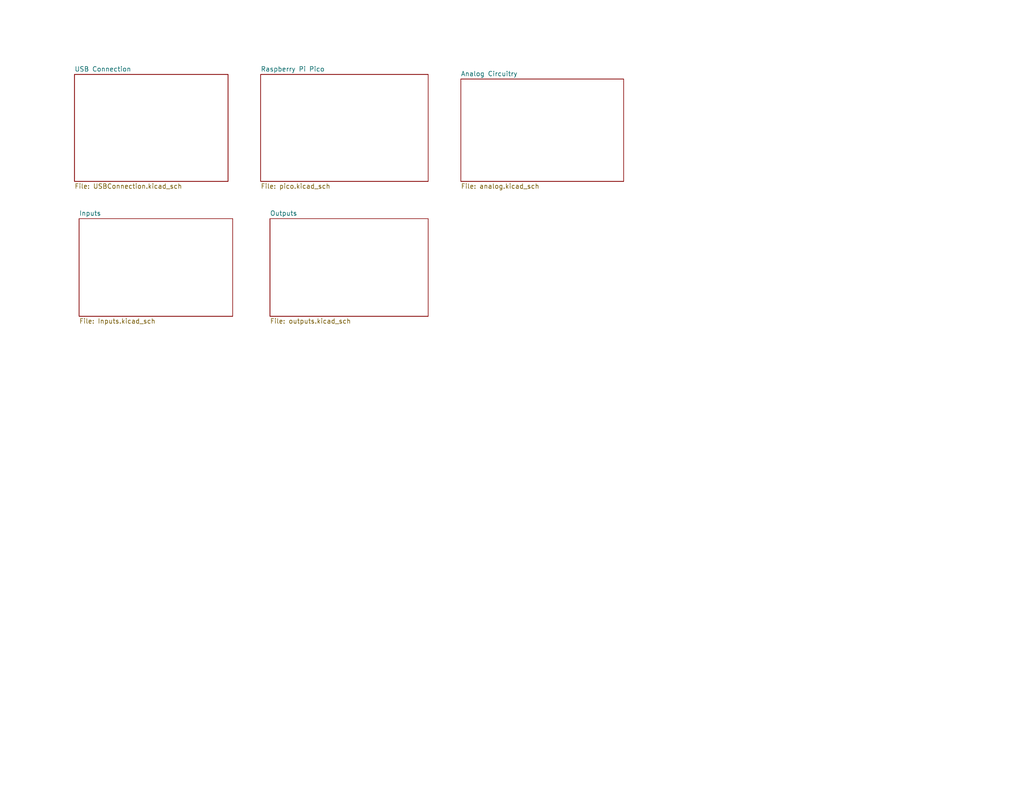
<source format=kicad_sch>
(kicad_sch (version 20211123) (generator eeschema)

  (uuid d1b617e3-f511-47f5-b262-2937f545e8e9)

  (paper "A")

  (title_block
    (title "GP2040-CE Development Board")
    (date "2022-05-26")
    (rev "1")
    (company "Open Stick Foundation")
  )

  (lib_symbols
  )


  (sheet (at 71.12 20.32) (size 45.72 29.21) (fields_autoplaced)
    (stroke (width 0.1524) (type solid) (color 0 0 0 0))
    (fill (color 0 0 0 0.0000))
    (uuid 73fdee15-42f2-4740-b048-36e7f85b9482)
    (property "Sheet name" "Raspberry Pi Pico" (id 0) (at 71.12 19.6084 0)
      (effects (font (size 1.27 1.27)) (justify left bottom))
    )
    (property "Sheet file" "pico.kicad_sch" (id 1) (at 71.12 50.1146 0)
      (effects (font (size 1.27 1.27)) (justify left top))
    )
  )

  (sheet (at 125.73 21.59) (size 44.45 27.94) (fields_autoplaced)
    (stroke (width 0.1524) (type solid) (color 0 0 0 0))
    (fill (color 0 0 0 0.0000))
    (uuid b33fe592-84a5-45cc-bdd9-32ad654e4475)
    (property "Sheet name" "Analog Circuitry " (id 0) (at 125.73 20.8784 0)
      (effects (font (size 1.27 1.27)) (justify left bottom))
    )
    (property "Sheet file" "analog.kicad_sch" (id 1) (at 125.73 50.1146 0)
      (effects (font (size 1.27 1.27)) (justify left top))
    )
  )

  (sheet (at 20.32 20.32) (size 41.91 29.21) (fields_autoplaced)
    (stroke (width 0.1524) (type solid) (color 0 0 0 0))
    (fill (color 0 0 0 0.0000))
    (uuid bd15b165-cf11-4f12-860a-e39af17e96dd)
    (property "Sheet name" "USB Connection" (id 0) (at 20.32 19.6084 0)
      (effects (font (size 1.27 1.27)) (justify left bottom))
    )
    (property "Sheet file" "USBConnection.kicad_sch" (id 1) (at 20.32 50.1146 0)
      (effects (font (size 1.27 1.27)) (justify left top))
    )
  )

  (sheet (at 21.59 59.69) (size 41.91 26.67) (fields_autoplaced)
    (stroke (width 0.1524) (type solid) (color 0 0 0 0))
    (fill (color 0 0 0 0.0000))
    (uuid cf4e2c04-ff9e-4c5a-81c6-34ae2464fdd9)
    (property "Sheet name" "Inputs" (id 0) (at 21.59 58.9784 0)
      (effects (font (size 1.27 1.27)) (justify left bottom))
    )
    (property "Sheet file" "Inputs.kicad_sch" (id 1) (at 21.59 86.9446 0)
      (effects (font (size 1.27 1.27)) (justify left top))
    )
  )

  (sheet (at 73.66 59.69) (size 43.18 26.67) (fields_autoplaced)
    (stroke (width 0.1524) (type solid) (color 0 0 0 0))
    (fill (color 0 0 0 0.0000))
    (uuid ea03b3db-edf5-4f48-a558-906cbacebf16)
    (property "Sheet name" "Outputs" (id 0) (at 73.66 58.9784 0)
      (effects (font (size 1.27 1.27)) (justify left bottom))
    )
    (property "Sheet file" "outputs.kicad_sch" (id 1) (at 73.66 86.9446 0)
      (effects (font (size 1.27 1.27)) (justify left top))
    )
  )

  (sheet_instances
    (path "/" (page "1"))
    (path "/bd15b165-cf11-4f12-860a-e39af17e96dd" (page "2"))
    (path "/73fdee15-42f2-4740-b048-36e7f85b9482" (page "3"))
    (path "/b33fe592-84a5-45cc-bdd9-32ad654e4475" (page "4"))
    (path "/cf4e2c04-ff9e-4c5a-81c6-34ae2464fdd9" (page "5"))
    (path "/ea03b3db-edf5-4f48-a558-906cbacebf16" (page "6"))
  )

  (symbol_instances
    (path "/bd15b165-cf11-4f12-860a-e39af17e96dd/4da46092-82ac-426c-9c93-62db9bddd69b"
      (reference "#FLG01") (unit 1) (value "PWR_FLAG") (footprint "")
    )
    (path "/bd15b165-cf11-4f12-860a-e39af17e96dd/77b67c7a-edcf-4c8e-aeee-5eaded63bba7"
      (reference "#FLG02") (unit 1) (value "PWR_FLAG") (footprint "")
    )
    (path "/bd15b165-cf11-4f12-860a-e39af17e96dd/7617f557-5e28-40b5-810f-204b6ac5c0f4"
      (reference "#PWR01") (unit 1) (value "GND") (footprint "")
    )
    (path "/bd15b165-cf11-4f12-860a-e39af17e96dd/9fcc1737-f0cd-4bc6-83a9-7d8dc19bfbee"
      (reference "#PWR02") (unit 1) (value "GND") (footprint "")
    )
    (path "/bd15b165-cf11-4f12-860a-e39af17e96dd/84fff665-82f3-4948-b664-ad08998f74ca"
      (reference "#PWR03") (unit 1) (value "GND") (footprint "")
    )
    (path "/bd15b165-cf11-4f12-860a-e39af17e96dd/b85e0ec8-cfd8-49e3-bdcb-ef9eee2e04c4"
      (reference "#PWR04") (unit 1) (value "GND") (footprint "")
    )
    (path "/bd15b165-cf11-4f12-860a-e39af17e96dd/efe49ab1-58b7-4d85-96d9-09916765719a"
      (reference "#PWR05") (unit 1) (value "VBUS") (footprint "")
    )
    (path "/bd15b165-cf11-4f12-860a-e39af17e96dd/971e6b4a-1903-4638-8c7f-ada9f23b5227"
      (reference "#PWR06") (unit 1) (value "GND") (footprint "")
    )
    (path "/73fdee15-42f2-4740-b048-36e7f85b9482/6d0ecf31-a431-4369-b5ee-a04c1f97126d"
      (reference "#PWR07") (unit 1) (value "GND") (footprint "")
    )
    (path "/73fdee15-42f2-4740-b048-36e7f85b9482/bf5636f0-ecc9-47e9-8970-2646cfbc2996"
      (reference "#PWR08") (unit 1) (value "GND") (footprint "")
    )
    (path "/73fdee15-42f2-4740-b048-36e7f85b9482/c9d66b02-2df3-448d-8393-c9fa7371690c"
      (reference "#PWR09") (unit 1) (value "GND") (footprint "")
    )
    (path "/73fdee15-42f2-4740-b048-36e7f85b9482/7a81238c-0875-4bf9-a84c-b80ce55ea39e"
      (reference "#PWR010") (unit 1) (value "GND") (footprint "")
    )
    (path "/73fdee15-42f2-4740-b048-36e7f85b9482/c7e52c26-d5aa-4536-bee8-7119c6775ff9"
      (reference "#PWR011") (unit 1) (value "GND") (footprint "")
    )
    (path "/73fdee15-42f2-4740-b048-36e7f85b9482/6c751c56-4de7-4d9d-a72e-3d848372ef07"
      (reference "#PWR012") (unit 1) (value "GND") (footprint "")
    )
    (path "/73fdee15-42f2-4740-b048-36e7f85b9482/07c4e4d9-4abc-47e8-a7a6-f1018c699336"
      (reference "#PWR013") (unit 1) (value "GND") (footprint "")
    )
    (path "/73fdee15-42f2-4740-b048-36e7f85b9482/5fbb8913-66cb-4405-8a3b-88d07cddb4fd"
      (reference "#PWR014") (unit 1) (value "+3.3V") (footprint "")
    )
    (path "/73fdee15-42f2-4740-b048-36e7f85b9482/cc0accf3-7b30-4f3e-aa55-cc92a555b1dc"
      (reference "#PWR015") (unit 1) (value "GND") (footprint "")
    )
    (path "/73fdee15-42f2-4740-b048-36e7f85b9482/8d77327b-2bce-4426-8fff-d7f3a5762db8"
      (reference "#PWR016") (unit 1) (value "GND") (footprint "")
    )
    (path "/73fdee15-42f2-4740-b048-36e7f85b9482/fa744411-76af-409f-ba53-40bdcefdfa7e"
      (reference "#PWR017") (unit 1) (value "+3.3V") (footprint "")
    )
    (path "/73fdee15-42f2-4740-b048-36e7f85b9482/d858a922-af18-442c-8687-9e5be436ba15"
      (reference "#PWR018") (unit 1) (value "VBUS") (footprint "")
    )
    (path "/73fdee15-42f2-4740-b048-36e7f85b9482/ed42baab-e46e-4508-9c74-d1abab47eb49"
      (reference "#PWR019") (unit 1) (value "GND") (footprint "")
    )
    (path "/73fdee15-42f2-4740-b048-36e7f85b9482/a14de167-ba88-4565-a5af-5e551620e4b6"
      (reference "#PWR020") (unit 1) (value "+3.3V") (footprint "")
    )
    (path "/73fdee15-42f2-4740-b048-36e7f85b9482/d6f7b0cf-3eaf-4a59-8c4a-f8b7809dcd09"
      (reference "#PWR021") (unit 1) (value "GND") (footprint "")
    )
    (path "/b33fe592-84a5-45cc-bdd9-32ad654e4475/26426ba8-776e-43f0-bc71-ef23ab10144e"
      (reference "#PWR022") (unit 1) (value "+3.3V") (footprint "")
    )
    (path "/b33fe592-84a5-45cc-bdd9-32ad654e4475/0189ff95-a618-41ef-8994-5ce933982ac3"
      (reference "#PWR023") (unit 1) (value "+3.3V") (footprint "")
    )
    (path "/b33fe592-84a5-45cc-bdd9-32ad654e4475/486d7b36-d7dc-4282-ad54-acb4343f53af"
      (reference "#PWR024") (unit 1) (value "+3.3V") (footprint "")
    )
    (path "/b33fe592-84a5-45cc-bdd9-32ad654e4475/32f07d08-56a7-4aeb-b8a5-173834eb7451"
      (reference "#PWR025") (unit 1) (value "GND") (footprint "")
    )
    (path "/b33fe592-84a5-45cc-bdd9-32ad654e4475/e92fbb4f-2347-476f-97c6-e219b10acf39"
      (reference "#PWR026") (unit 1) (value "GND") (footprint "")
    )
    (path "/b33fe592-84a5-45cc-bdd9-32ad654e4475/7801d77f-5488-46ab-b4db-f2077acc2ccd"
      (reference "#PWR027") (unit 1) (value "GND") (footprint "")
    )
    (path "/b33fe592-84a5-45cc-bdd9-32ad654e4475/8c0ec87b-2460-41d4-97ff-bbdd8ea534d9"
      (reference "#PWR028") (unit 1) (value "+3.3V") (footprint "")
    )
    (path "/b33fe592-84a5-45cc-bdd9-32ad654e4475/0157284d-cfa7-42b1-a8c3-9e75a198e26e"
      (reference "#PWR029") (unit 1) (value "+3.3V") (footprint "")
    )
    (path "/b33fe592-84a5-45cc-bdd9-32ad654e4475/ae15ede7-c810-41f2-b8aa-3634da6a9118"
      (reference "#PWR030") (unit 1) (value "GND") (footprint "")
    )
    (path "/b33fe592-84a5-45cc-bdd9-32ad654e4475/7834091f-6686-48d8-a9f2-a3f9569ae484"
      (reference "#PWR031") (unit 1) (value "+3.3V") (footprint "")
    )
    (path "/b33fe592-84a5-45cc-bdd9-32ad654e4475/eb729f76-47a3-485e-9ace-5481d77a730d"
      (reference "#PWR032") (unit 1) (value "GND") (footprint "")
    )
    (path "/b33fe592-84a5-45cc-bdd9-32ad654e4475/8b5a6959-d728-4ebf-bb85-f834f9afd5d0"
      (reference "#PWR033") (unit 1) (value "GND") (footprint "")
    )
    (path "/b33fe592-84a5-45cc-bdd9-32ad654e4475/129f8874-2329-4795-952c-430ecdb56e14"
      (reference "#PWR034") (unit 1) (value "GND") (footprint "")
    )
    (path "/b33fe592-84a5-45cc-bdd9-32ad654e4475/dbc9d72b-ad6d-4c41-9bc0-be7c4493c25b"
      (reference "#PWR035") (unit 1) (value "GND") (footprint "")
    )
    (path "/b33fe592-84a5-45cc-bdd9-32ad654e4475/0c6b6817-eab0-4561-baad-01ecf38355a6"
      (reference "#PWR036") (unit 1) (value "GND") (footprint "")
    )
    (path "/b33fe592-84a5-45cc-bdd9-32ad654e4475/33f3de05-e0f6-459c-b83f-951f81d924fd"
      (reference "#PWR037") (unit 1) (value "GND") (footprint "")
    )
    (path "/b33fe592-84a5-45cc-bdd9-32ad654e4475/4c7c24d6-6d5b-49e6-bf2e-da7d3ae43938"
      (reference "#PWR038") (unit 1) (value "GND") (footprint "")
    )
    (path "/b33fe592-84a5-45cc-bdd9-32ad654e4475/8310d7d7-944d-4aa8-915f-ac422b75ec8a"
      (reference "#PWR039") (unit 1) (value "GND") (footprint "")
    )
    (path "/b33fe592-84a5-45cc-bdd9-32ad654e4475/8e5d8f5e-12fa-483d-accd-9569be890caf"
      (reference "#PWR040") (unit 1) (value "GND") (footprint "")
    )
    (path "/b33fe592-84a5-45cc-bdd9-32ad654e4475/9f77c774-14b7-494b-a5d0-4196b634ba29"
      (reference "#PWR041") (unit 1) (value "+3.3V") (footprint "")
    )
    (path "/b33fe592-84a5-45cc-bdd9-32ad654e4475/87d52d17-50d0-487c-a964-eca4792a58c0"
      (reference "#PWR042") (unit 1) (value "+3.3V") (footprint "")
    )
    (path "/b33fe592-84a5-45cc-bdd9-32ad654e4475/af75b7e5-a29b-4cb1-9fad-851643bef14f"
      (reference "#PWR043") (unit 1) (value "+3.3V") (footprint "")
    )
    (path "/b33fe592-84a5-45cc-bdd9-32ad654e4475/1293c9ca-39c3-40a4-968e-9851e215e053"
      (reference "#PWR044") (unit 1) (value "+3.3V") (footprint "")
    )
    (path "/cf4e2c04-ff9e-4c5a-81c6-34ae2464fdd9/49f1f508-92dd-44b5-8cc3-e0cac56a3164"
      (reference "#PWR045") (unit 1) (value "GND") (footprint "")
    )
    (path "/cf4e2c04-ff9e-4c5a-81c6-34ae2464fdd9/91e16629-9055-4d56-b83e-0a56fc9aee5a"
      (reference "#PWR046") (unit 1) (value "GND") (footprint "")
    )
    (path "/cf4e2c04-ff9e-4c5a-81c6-34ae2464fdd9/db177fc4-6d84-454a-9f8e-81af3c5c47db"
      (reference "#PWR047") (unit 1) (value "+3.3V") (footprint "")
    )
    (path "/cf4e2c04-ff9e-4c5a-81c6-34ae2464fdd9/90e76f21-bc35-4699-b115-945a7f402b63"
      (reference "#PWR048") (unit 1) (value "GND") (footprint "")
    )
    (path "/cf4e2c04-ff9e-4c5a-81c6-34ae2464fdd9/3766a61b-20ec-45a7-82d5-9041bb1d6227"
      (reference "#PWR049") (unit 1) (value "+3.3V") (footprint "")
    )
    (path "/cf4e2c04-ff9e-4c5a-81c6-34ae2464fdd9/5f0d83ff-145b-4c41-8c56-21ee7f51333a"
      (reference "#PWR050") (unit 1) (value "GND") (footprint "")
    )
    (path "/cf4e2c04-ff9e-4c5a-81c6-34ae2464fdd9/f404c857-ba26-4e48-a8f4-bb4d21d85e2c"
      (reference "#PWR051") (unit 1) (value "+3.3V") (footprint "")
    )
    (path "/cf4e2c04-ff9e-4c5a-81c6-34ae2464fdd9/02901181-c0ee-484f-b0d2-570818287a1e"
      (reference "#PWR052") (unit 1) (value "GND") (footprint "")
    )
    (path "/cf4e2c04-ff9e-4c5a-81c6-34ae2464fdd9/ca62a00d-fc43-4be2-bcce-7620e29d2f1f"
      (reference "#PWR053") (unit 1) (value "+3.3V") (footprint "")
    )
    (path "/cf4e2c04-ff9e-4c5a-81c6-34ae2464fdd9/ebe5d0c2-e2b6-4437-8b9f-64ad393fb7ef"
      (reference "#PWR054") (unit 1) (value "GND") (footprint "")
    )
    (path "/cf4e2c04-ff9e-4c5a-81c6-34ae2464fdd9/8c0b6781-a860-4a76-87a7-f2a8a6dffc03"
      (reference "#PWR055") (unit 1) (value "GND") (footprint "")
    )
    (path "/cf4e2c04-ff9e-4c5a-81c6-34ae2464fdd9/55a5e85e-3e2e-4e6b-91ec-b13c615bfbcd"
      (reference "#PWR056") (unit 1) (value "GND") (footprint "")
    )
    (path "/cf4e2c04-ff9e-4c5a-81c6-34ae2464fdd9/a895a382-dcf2-43b0-b138-077953b5112f"
      (reference "#PWR057") (unit 1) (value "GND") (footprint "")
    )
    (path "/cf4e2c04-ff9e-4c5a-81c6-34ae2464fdd9/aae36dc9-d8c6-4c3a-a66c-eb17c6fec197"
      (reference "#PWR058") (unit 1) (value "+3.3V") (footprint "")
    )
    (path "/cf4e2c04-ff9e-4c5a-81c6-34ae2464fdd9/7f861fc8-3d9d-446b-a26a-317098b7d119"
      (reference "#PWR059") (unit 1) (value "GND") (footprint "")
    )
    (path "/cf4e2c04-ff9e-4c5a-81c6-34ae2464fdd9/d6954d19-85ad-46df-8403-543d9e3d54d4"
      (reference "#PWR060") (unit 1) (value "+3.3V") (footprint "")
    )
    (path "/cf4e2c04-ff9e-4c5a-81c6-34ae2464fdd9/eae945fe-80b8-45ac-b6b9-cf8a93ec0a4d"
      (reference "#PWR061") (unit 1) (value "GND") (footprint "")
    )
    (path "/ea03b3db-edf5-4f48-a558-906cbacebf16/02b865fd-fb59-4fb3-a8f7-767b091a6161"
      (reference "#PWR062") (unit 1) (value "GND") (footprint "")
    )
    (path "/ea03b3db-edf5-4f48-a558-906cbacebf16/7ff6a516-c1b9-4327-96c2-4098f7534d65"
      (reference "#PWR063") (unit 1) (value "GND") (footprint "")
    )
    (path "/ea03b3db-edf5-4f48-a558-906cbacebf16/b87d64b7-9402-4725-bab6-f757f9c4cc9d"
      (reference "#PWR064") (unit 1) (value "GND") (footprint "")
    )
    (path "/ea03b3db-edf5-4f48-a558-906cbacebf16/0e9d8251-38fa-434b-9a34-f23c9098fa29"
      (reference "#PWR065") (unit 1) (value "GND") (footprint "")
    )
    (path "/ea03b3db-edf5-4f48-a558-906cbacebf16/dd3f31e4-5eb2-4682-964d-631824ea684a"
      (reference "#PWR066") (unit 1) (value "GND") (footprint "")
    )
    (path "/ea03b3db-edf5-4f48-a558-906cbacebf16/e1500f82-57b7-4749-ba21-920dac301b3e"
      (reference "#PWR067") (unit 1) (value "+3.3V") (footprint "")
    )
    (path "/ea03b3db-edf5-4f48-a558-906cbacebf16/99f96f23-b075-4815-a203-43193a19c8d8"
      (reference "#PWR068") (unit 1) (value "VBUS") (footprint "")
    )
    (path "/ea03b3db-edf5-4f48-a558-906cbacebf16/80e96d1d-bcf9-4bc8-8675-3abcb2ed2b29"
      (reference "#PWR069") (unit 1) (value "GND") (footprint "")
    )
    (path "/ea03b3db-edf5-4f48-a558-906cbacebf16/7678d937-6862-4476-89f2-3a198a5fa83c"
      (reference "#PWR070") (unit 1) (value "GND") (footprint "")
    )
    (path "/b33fe592-84a5-45cc-bdd9-32ad654e4475/278bcefb-120a-4ac4-93ab-e4e93deb5eb6"
      (reference "C1") (unit 1) (value "0.1μf") (footprint "Capacitor_SMD:C_0805_2012Metric_Pad1.18x1.45mm_HandSolder")
    )
    (path "/b33fe592-84a5-45cc-bdd9-32ad654e4475/29cc5d04-7c5a-4b75-b6f8-b7a9aa8cb469"
      (reference "C2") (unit 1) (value "0.1μf") (footprint "Capacitor_SMD:C_0805_2012Metric_Pad1.18x1.45mm_HandSolder")
    )
    (path "/b33fe592-84a5-45cc-bdd9-32ad654e4475/1f1e7d49-520a-40fe-8995-42fa6f2b7090"
      (reference "C3") (unit 1) (value "0.1μf") (footprint "Capacitor_SMD:C_0805_2012Metric_Pad1.18x1.45mm_HandSolder")
    )
    (path "/b33fe592-84a5-45cc-bdd9-32ad654e4475/e3e37e08-c19e-439c-89d7-66bab7de4148"
      (reference "C4") (unit 1) (value "0.1μf") (footprint "Capacitor_SMD:C_0805_2012Metric_Pad1.18x1.45mm_HandSolder")
    )
    (path "/b33fe592-84a5-45cc-bdd9-32ad654e4475/db951b07-cee6-480a-a943-03af4cb9b01d"
      (reference "C5") (unit 1) (value "0.1μf") (footprint "Capacitor_SMD:C_0805_2012Metric_Pad1.18x1.45mm_HandSolder")
    )
    (path "/b33fe592-84a5-45cc-bdd9-32ad654e4475/c3fec518-aafa-4080-893a-e76379287279"
      (reference "C6") (unit 1) (value "0.1μf") (footprint "Capacitor_SMD:C_0805_2012Metric_Pad1.18x1.45mm_HandSolder")
    )
    (path "/ea03b3db-edf5-4f48-a558-906cbacebf16/ce9214fa-c3b8-47f3-91b4-9effd5e846ba"
      (reference "D1") (unit 1) (value "PLED1") (footprint "LED_SMD:LED_0805_2012Metric_Pad1.15x1.40mm_HandSolder")
    )
    (path "/ea03b3db-edf5-4f48-a558-906cbacebf16/ec44498e-2e74-40be-896c-0fb40f271dbf"
      (reference "D2") (unit 1) (value "PLED2") (footprint "LED_SMD:LED_0805_2012Metric_Pad1.15x1.40mm_HandSolder")
    )
    (path "/ea03b3db-edf5-4f48-a558-906cbacebf16/bdbf3d09-e169-448c-a378-fe368842cc4b"
      (reference "D3") (unit 1) (value "PLED3") (footprint "LED_SMD:LED_0805_2012Metric_Pad1.15x1.40mm_HandSolder")
    )
    (path "/ea03b3db-edf5-4f48-a558-906cbacebf16/e33985e2-3902-4700-bdb1-dfb37cb02364"
      (reference "D4") (unit 1) (value "PLED4") (footprint "LED_SMD:LED_0805_2012Metric_Pad1.15x1.40mm_HandSolder")
    )
    (path "/bd15b165-cf11-4f12-860a-e39af17e96dd/7a104028-388c-4b63-8fe2-5260594c53f6"
      (reference "J1") (unit 1) (value "USB_C_Receptacle") (footprint "UJ31-CH-31-SMT-TR:CUI_UJ31-CH-31-SMT-TR")
    )
    (path "/cf4e2c04-ff9e-4c5a-81c6-34ae2464fdd9/a3af0f12-8e07-4141-ba7c-598df85897a7"
      (reference "J2") (unit 1) (value "Conn_02x22_Odd_Even") (footprint "Connector_PinSocket_2.54mm:PinSocket_2x22_P2.54mm_Horizontal")
    )
    (path "/ea03b3db-edf5-4f48-a558-906cbacebf16/0dc95aa4-38c7-4120-8d4f-6d73c356d7c4"
      (reference "J3") (unit 1) (value "Debug") (footprint "Connector_PinSocket_2.54mm:PinSocket_1x03_P2.54mm_Vertical")
    )
    (path "/ea03b3db-edf5-4f48-a558-906cbacebf16/74dbb69a-3b00-455c-b65a-4a3473a84cd5"
      (reference "J4") (unit 1) (value "RGB LED") (footprint "Connector_PinSocket_2.54mm:PinSocket_1x03_P2.54mm_Vertical")
    )
    (path "/ea03b3db-edf5-4f48-a558-906cbacebf16/d27c8b3c-86bc-43ee-ae73-6012bd8f8477"
      (reference "J5") (unit 1) (value "qwiic") (footprint "Connector_JST:JST_SH_BM04B-SRSS-TB_1x04-1MP_P1.00mm_Vertical")
    )
    (path "/bd15b165-cf11-4f12-860a-e39af17e96dd/922a0f40-415d-48d4-9950-1e30a07edcef"
      (reference "R1") (unit 1) (value "5.1k") (footprint "Resistor_SMD:R_0805_2012Metric_Pad1.20x1.40mm_HandSolder")
    )
    (path "/bd15b165-cf11-4f12-860a-e39af17e96dd/b303a443-4283-4d51-b7af-3c9152301026"
      (reference "R2") (unit 1) (value "5.1k") (footprint "Resistor_SMD:R_0805_2012Metric_Pad1.20x1.40mm_HandSolder")
    )
    (path "/73fdee15-42f2-4740-b048-36e7f85b9482/bf191bd8-af06-4c6b-9c85-ce3590507b96"
      (reference "R3") (unit 1) (value "4.7k") (footprint "Capacitor_SMD:C_0805_2012Metric_Pad1.18x1.45mm_HandSolder")
    )
    (path "/73fdee15-42f2-4740-b048-36e7f85b9482/579006f8-fd32-4f10-8b64-9a3eb4870fce"
      (reference "R4") (unit 1) (value "4.7k") (footprint "Capacitor_SMD:C_0805_2012Metric_Pad1.18x1.45mm_HandSolder")
    )
    (path "/b33fe592-84a5-45cc-bdd9-32ad654e4475/e33036d3-2d69-4c49-8b31-560e286b8b1c"
      (reference "R5") (unit 1) (value "4.7k") (footprint "Resistor_SMD:R_0805_2012Metric_Pad1.20x1.40mm_HandSolder")
    )
    (path "/b33fe592-84a5-45cc-bdd9-32ad654e4475/eac29251-61f1-4180-9297-edbd5cccaa72"
      (reference "R6") (unit 1) (value "4.7k") (footprint "Resistor_SMD:R_0805_2012Metric_Pad1.20x1.40mm_HandSolder")
    )
    (path "/ea03b3db-edf5-4f48-a558-906cbacebf16/3e58ddd3-a564-442c-b963-111b360530a8"
      (reference "R7") (unit 1) (value "330Ω") (footprint "Resistor_SMD:R_0805_2012Metric_Pad1.20x1.40mm_HandSolder")
    )
    (path "/ea03b3db-edf5-4f48-a558-906cbacebf16/5356ebab-d685-417c-96e3-cb04d112840c"
      (reference "R8") (unit 1) (value "330Ω") (footprint "Resistor_SMD:R_0805_2012Metric_Pad1.20x1.40mm_HandSolder")
    )
    (path "/ea03b3db-edf5-4f48-a558-906cbacebf16/dad063af-c87f-4f5c-aa76-dcc36abec776"
      (reference "R9") (unit 1) (value "330Ω") (footprint "Resistor_SMD:R_0805_2012Metric_Pad1.20x1.40mm_HandSolder")
    )
    (path "/ea03b3db-edf5-4f48-a558-906cbacebf16/d4688ac0-8bc6-43a6-b21f-1a6422e432f2"
      (reference "R10") (unit 1) (value "330Ω") (footprint "Resistor_SMD:R_0805_2012Metric_Pad1.20x1.40mm_HandSolder")
    )
    (path "/cf4e2c04-ff9e-4c5a-81c6-34ae2464fdd9/7e4dcb0f-d753-4f60-b444-9a5281b41893"
      (reference "RV1") (unit 1) (value "10k") (footprint "Potentiometer_THT:Potentiometer_Vishay_148-149_Single_Horizontal")
    )
    (path "/cf4e2c04-ff9e-4c5a-81c6-34ae2464fdd9/f3e39fe5-b248-410f-8057-8a6cab78db17"
      (reference "RV2") (unit 1) (value "10k") (footprint "Potentiometer_THT:Potentiometer_Vishay_148-149_Single_Horizontal")
    )
    (path "/cf4e2c04-ff9e-4c5a-81c6-34ae2464fdd9/8b45d552-607d-4482-8e8b-a9cbdaaf330c"
      (reference "SW1") (unit 1) (value "Up") (footprint "Button_Switch_SMD:SW_Push_1P1T_NO_6x6mm_H9.5mm")
    )
    (path "/cf4e2c04-ff9e-4c5a-81c6-34ae2464fdd9/74ffb43d-c33b-4c8b-abf6-a5ca84fca331"
      (reference "SW2") (unit 1) (value "Down") (footprint "Button_Switch_SMD:SW_Push_1P1T_NO_6x6mm_H9.5mm")
    )
    (path "/cf4e2c04-ff9e-4c5a-81c6-34ae2464fdd9/0eee3433-e9f7-43cb-b1ae-2be2e9ac6e27"
      (reference "SW3") (unit 1) (value "Left") (footprint "Button_Switch_SMD:SW_Push_1P1T_NO_6x6mm_H9.5mm")
    )
    (path "/cf4e2c04-ff9e-4c5a-81c6-34ae2464fdd9/ffdab74c-ecd0-4aeb-8ce9-af28f040c64e"
      (reference "SW4") (unit 1) (value "Right") (footprint "Button_Switch_SMD:SW_Push_1P1T_NO_6x6mm_H9.5mm")
    )
    (path "/cf4e2c04-ff9e-4c5a-81c6-34ae2464fdd9/a56d2f31-9696-43af-9213-0c9d4fc4d3b3"
      (reference "SW5") (unit 1) (value "S1") (footprint "Button_Switch_SMD:SW_Push_1P1T_NO_6x6mm_H9.5mm")
    )
    (path "/cf4e2c04-ff9e-4c5a-81c6-34ae2464fdd9/31207c80-8b56-4087-bf0b-710dca7763df"
      (reference "SW6") (unit 1) (value "S2") (footprint "Button_Switch_SMD:SW_Push_1P1T_NO_6x6mm_H9.5mm")
    )
    (path "/cf4e2c04-ff9e-4c5a-81c6-34ae2464fdd9/fbf0d3ff-ce92-42b4-8753-0632c821c353"
      (reference "SW7") (unit 1) (value "B1") (footprint "Button_Switch_SMD:SW_Push_1P1T_NO_6x6mm_H9.5mm")
    )
    (path "/cf4e2c04-ff9e-4c5a-81c6-34ae2464fdd9/24010708-1b23-44d3-b3e1-f95e25bf40d0"
      (reference "SW8") (unit 1) (value "B2") (footprint "Button_Switch_SMD:SW_Push_1P1T_NO_6x6mm_H9.5mm")
    )
    (path "/cf4e2c04-ff9e-4c5a-81c6-34ae2464fdd9/f676757c-c3bf-4230-bdcd-7dc50df24a95"
      (reference "SW9") (unit 1) (value "R2") (footprint "Button_Switch_SMD:SW_Push_1P1T_NO_6x6mm_H9.5mm")
    )
    (path "/cf4e2c04-ff9e-4c5a-81c6-34ae2464fdd9/fa51f695-28f0-4473-baac-b470dfe96665"
      (reference "SW10") (unit 1) (value "L2") (footprint "Button_Switch_SMD:SW_Push_1P1T_NO_6x6mm_H9.5mm")
    )
    (path "/cf4e2c04-ff9e-4c5a-81c6-34ae2464fdd9/a1ac1f1c-1031-4b49-aaa1-60774ccda8fb"
      (reference "SW11") (unit 1) (value "B3") (footprint "Button_Switch_SMD:SW_Push_1P1T_NO_6x6mm_H9.5mm")
    )
    (path "/cf4e2c04-ff9e-4c5a-81c6-34ae2464fdd9/f4dbdc93-2160-4f77-bcc7-fead5ea01b99"
      (reference "SW12") (unit 1) (value "B4") (footprint "Button_Switch_SMD:SW_Push_1P1T_NO_6x6mm_H9.5mm")
    )
    (path "/cf4e2c04-ff9e-4c5a-81c6-34ae2464fdd9/3adb4e56-0c30-446e-add9-a441ac4b57cd"
      (reference "SW13") (unit 1) (value "R1") (footprint "Button_Switch_SMD:SW_Push_1P1T_NO_6x6mm_H9.5mm")
    )
    (path "/cf4e2c04-ff9e-4c5a-81c6-34ae2464fdd9/7ee11936-6094-4326-ab0b-c55324458660"
      (reference "SW14") (unit 1) (value "L1") (footprint "Button_Switch_SMD:SW_Push_1P1T_NO_6x6mm_H9.5mm")
    )
    (path "/cf4e2c04-ff9e-4c5a-81c6-34ae2464fdd9/7d9a28b6-31c0-40b8-a6a9-85b90c14eaae"
      (reference "SW15") (unit 1) (value "BOOTSEL") (footprint "Button_Switch_SMD:SW_Push_1P1T_NO_6x6mm_H9.5mm")
    )
    (path "/cf4e2c04-ff9e-4c5a-81c6-34ae2464fdd9/c43176f9-b386-4ff7-b5a3-65697857c04f"
      (reference "SW16") (unit 1) (value "Settings") (footprint "Button_Switch_SMD:SW_Push_1P1T_NO_6x6mm_H9.5mm")
    )
    (path "/cf4e2c04-ff9e-4c5a-81c6-34ae2464fdd9/42d88e3f-b8f5-411a-b92e-32fb05f43e5f"
      (reference "SW17") (unit 1) (value "A1") (footprint "Button_Switch_SMD:SW_Push_1P1T_NO_6x6mm_H9.5mm")
    )
    (path "/cf4e2c04-ff9e-4c5a-81c6-34ae2464fdd9/d11fe76f-f0f5-43f6-b415-e123668aa19e"
      (reference "SW18") (unit 1) (value "Reset") (footprint "Button_Switch_SMD:SW_Push_1P1T_NO_6x6mm_H9.5mm")
    )
    (path "/cf4e2c04-ff9e-4c5a-81c6-34ae2464fdd9/90235268-e581-42d8-ac39-bcb42a7f9822"
      (reference "SW19") (unit 1) (value "A2") (footprint "Button_Switch_SMD:SW_Push_1P1T_NO_6x6mm_H9.5mm")
    )
    (path "/73fdee15-42f2-4740-b048-36e7f85b9482/04e333d7-c072-4075-9543-f57edbe39032"
      (reference "U1") (unit 1) (value "Raspbery Pi Pico") (footprint "ul_SC0915:SC0915")
    )
    (path "/b33fe592-84a5-45cc-bdd9-32ad654e4475/53784c4f-bdfc-4110-a6b8-8ebbc871183e"
      (reference "U2") (unit 1) (value "ADS1219IPWR") (footprint "ul_ADS1219IPWR:ADS1219IPWR")
    )
    (path "/b33fe592-84a5-45cc-bdd9-32ad654e4475/11d8f540-8518-4f5b-9b8c-767f33312271"
      (reference "U3") (unit 1) (value "ADS1219IPWR") (footprint "ul_ADS1219IPWR:ADS1219IPWR")
    )
    (path "/cf4e2c04-ff9e-4c5a-81c6-34ae2464fdd9/4c7aaf0e-db06-4ab1-b5b0-b1e76ecfd781"
      (reference "U4") (unit 1) (value "Left Stick") (footprint "THB001P:THB001P")
    )
    (path "/cf4e2c04-ff9e-4c5a-81c6-34ae2464fdd9/5a0dcba6-137c-4b2c-8415-5cfbc0c34ca2"
      (reference "U5") (unit 1) (value "Right Stick") (footprint "THB001P:THB001P")
    )
  )
)

</source>
